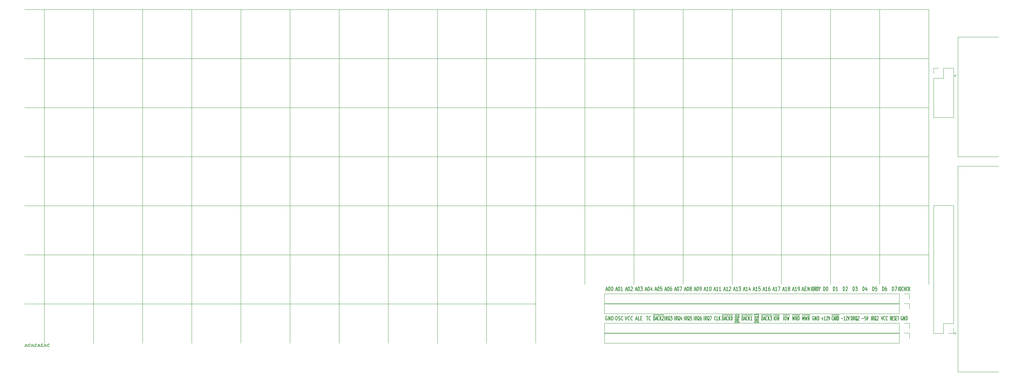
<source format=gbr>
%TF.GenerationSoftware,KiCad,Pcbnew,(5.1.6)-1*%
%TF.CreationDate,2020-12-12T21:33:40-06:00*%
%TF.ProjectId,ISA-Proto_20201212,4953412d-5072-46f7-946f-5f3230323031,rev?*%
%TF.SameCoordinates,Original*%
%TF.FileFunction,Legend,Top*%
%TF.FilePolarity,Positive*%
%FSLAX46Y46*%
G04 Gerber Fmt 4.6, Leading zero omitted, Abs format (unit mm)*
G04 Created by KiCad (PCBNEW (5.1.6)-1) date 2020-12-12 21:33:40*
%MOMM*%
%LPD*%
G01*
G04 APERTURE LIST*
%ADD10C,0.120000*%
%ADD11C,0.150000*%
%ADD12C,0.127000*%
%ADD13C,0.146050*%
G04 APERTURE END LIST*
D10*
X27940000Y-138430000D02*
X27940000Y-52070000D01*
X40640000Y-52070000D02*
X40640000Y-138430000D01*
X53340000Y-138430000D02*
X53340000Y-52070000D01*
X66040000Y-52070000D02*
X66040000Y-138430000D01*
X78740000Y-138430000D02*
X78740000Y-52070000D01*
X91440000Y-52070000D02*
X91440000Y-138430000D01*
X104140000Y-138430000D02*
X104140000Y-52070000D01*
X116840000Y-52070000D02*
X116840000Y-138430000D01*
X129540000Y-138430000D02*
X129540000Y-52070000D01*
X154940000Y-123190000D02*
X154940000Y-138430000D01*
X142240000Y-52070000D02*
X142240000Y-138430000D01*
X154940000Y-123190000D02*
X154940000Y-52070000D01*
X167640000Y-52070000D02*
X167640000Y-123190000D01*
X180340000Y-123190000D02*
X180340000Y-52070000D01*
X193040000Y-52070000D02*
X193040000Y-123190000D01*
X205740000Y-123190000D02*
X205740000Y-52070000D01*
X218440000Y-52070000D02*
X218440000Y-123190000D01*
X231140000Y-123190000D02*
X231140000Y-52070000D01*
X243840000Y-52070000D02*
X243840000Y-123190000D01*
X22860000Y-128270000D02*
X154940000Y-128270000D01*
X256540000Y-115570000D02*
X22860000Y-115570000D01*
X256540000Y-102870000D02*
X22860000Y-102870000D01*
X256540000Y-90170000D02*
X22860000Y-90170000D01*
X256540000Y-77470000D02*
X22860000Y-77470000D01*
X256540000Y-64770000D02*
X22860000Y-64770000D01*
X256540000Y-52070000D02*
X22860000Y-52070000D01*
X256540000Y-52070000D02*
X256540000Y-123190000D01*
D11*
X23101904Y-138717261D02*
X23101904Y-139170833D01*
X23071666Y-139261547D01*
X23011190Y-139322023D01*
X22920476Y-139352261D01*
X22860000Y-139352261D01*
X23706666Y-139352261D02*
X23404285Y-139352261D01*
X23404285Y-138717261D01*
X24281190Y-139291785D02*
X24250952Y-139322023D01*
X24160238Y-139352261D01*
X24099761Y-139352261D01*
X24009047Y-139322023D01*
X23948571Y-139261547D01*
X23918333Y-139201071D01*
X23888095Y-139080119D01*
X23888095Y-138989404D01*
X23918333Y-138868452D01*
X23948571Y-138807976D01*
X24009047Y-138747500D01*
X24099761Y-138717261D01*
X24160238Y-138717261D01*
X24250952Y-138747500D01*
X24281190Y-138777738D01*
X24734761Y-138717261D02*
X24734761Y-139170833D01*
X24704523Y-139261547D01*
X24644047Y-139322023D01*
X24553333Y-139352261D01*
X24492857Y-139352261D01*
X25339523Y-139352261D02*
X25037142Y-139352261D01*
X25037142Y-138717261D01*
X25914047Y-139291785D02*
X25883809Y-139322023D01*
X25793095Y-139352261D01*
X25732619Y-139352261D01*
X25641904Y-139322023D01*
X25581428Y-139261547D01*
X25551190Y-139201071D01*
X25520952Y-139080119D01*
X25520952Y-138989404D01*
X25551190Y-138868452D01*
X25581428Y-138807976D01*
X25641904Y-138747500D01*
X25732619Y-138717261D01*
X25793095Y-138717261D01*
X25883809Y-138747500D01*
X25914047Y-138777738D01*
X26367619Y-138717261D02*
X26367619Y-139170833D01*
X26337380Y-139261547D01*
X26276904Y-139322023D01*
X26186190Y-139352261D01*
X26125714Y-139352261D01*
X26972380Y-139352261D02*
X26670000Y-139352261D01*
X26670000Y-138717261D01*
X27546904Y-139291785D02*
X27516666Y-139322023D01*
X27425952Y-139352261D01*
X27365476Y-139352261D01*
X27274761Y-139322023D01*
X27214285Y-139261547D01*
X27184047Y-139201071D01*
X27153809Y-139080119D01*
X27153809Y-138989404D01*
X27184047Y-138868452D01*
X27214285Y-138807976D01*
X27274761Y-138747500D01*
X27365476Y-138717261D01*
X27425952Y-138717261D01*
X27516666Y-138747500D01*
X27546904Y-138777738D01*
X28000476Y-138717261D02*
X28000476Y-139170833D01*
X27970238Y-139261547D01*
X27909761Y-139322023D01*
X27819047Y-139352261D01*
X27758571Y-139352261D01*
X28605238Y-139352261D02*
X28302857Y-139352261D01*
X28302857Y-138717261D01*
X29179761Y-139291785D02*
X29149523Y-139322023D01*
X29058809Y-139352261D01*
X28998333Y-139352261D01*
X28907619Y-139322023D01*
X28847142Y-139261547D01*
X28816904Y-139201071D01*
X28786666Y-139080119D01*
X28786666Y-138989404D01*
X28816904Y-138868452D01*
X28847142Y-138807976D01*
X28907619Y-138747500D01*
X28998333Y-138717261D01*
X29058809Y-138717261D01*
X29149523Y-138747500D01*
X29179761Y-138777738D01*
D12*
X231430285Y-131194900D02*
X231938285Y-131194900D01*
X231841523Y-132437142D02*
X231817333Y-132484761D01*
X231744761Y-132532380D01*
X231696380Y-132532380D01*
X231623809Y-132484761D01*
X231575428Y-132389523D01*
X231551238Y-132294285D01*
X231527047Y-132103809D01*
X231527047Y-131960952D01*
X231551238Y-131770476D01*
X231575428Y-131675238D01*
X231623809Y-131580000D01*
X231696380Y-131532380D01*
X231744761Y-131532380D01*
X231817333Y-131580000D01*
X231841523Y-131627619D01*
X231938285Y-131194900D02*
X232373714Y-131194900D01*
X232035047Y-132246666D02*
X232276952Y-132246666D01*
X231986666Y-132532380D02*
X232156000Y-131532380D01*
X232325333Y-132532380D01*
X232373714Y-131194900D02*
X232881714Y-131194900D01*
X232784952Y-132532380D02*
X232615619Y-132056190D01*
X232494666Y-132532380D02*
X232494666Y-131532380D01*
X232688190Y-131532380D01*
X232736571Y-131580000D01*
X232760761Y-131627619D01*
X232784952Y-131722857D01*
X232784952Y-131865714D01*
X232760761Y-131960952D01*
X232736571Y-132008571D01*
X232688190Y-132056190D01*
X232494666Y-132056190D01*
X232881714Y-131194900D02*
X233389714Y-131194900D01*
X233002666Y-132532380D02*
X233002666Y-131532380D01*
X233123619Y-131532380D01*
X233196190Y-131580000D01*
X233244571Y-131675238D01*
X233268761Y-131770476D01*
X233292952Y-131960952D01*
X233292952Y-132103809D01*
X233268761Y-132294285D01*
X233244571Y-132389523D01*
X233196190Y-132484761D01*
X233123619Y-132532380D01*
X233002666Y-132532380D01*
D11*
X249706190Y-131580000D02*
X249645714Y-131532380D01*
X249555000Y-131532380D01*
X249464285Y-131580000D01*
X249403809Y-131675238D01*
X249373571Y-131770476D01*
X249343333Y-131960952D01*
X249343333Y-132103809D01*
X249373571Y-132294285D01*
X249403809Y-132389523D01*
X249464285Y-132484761D01*
X249555000Y-132532380D01*
X249615476Y-132532380D01*
X249706190Y-132484761D01*
X249736428Y-132437142D01*
X249736428Y-132103809D01*
X249615476Y-132103809D01*
X250008571Y-132532380D02*
X250008571Y-131532380D01*
X250371428Y-132532380D01*
X250371428Y-131532380D01*
X250673809Y-132532380D02*
X250673809Y-131532380D01*
X250825000Y-131532380D01*
X250915714Y-131580000D01*
X250976190Y-131675238D01*
X251006428Y-131770476D01*
X251036666Y-131960952D01*
X251036666Y-132103809D01*
X251006428Y-132294285D01*
X250976190Y-132389523D01*
X250915714Y-132484761D01*
X250825000Y-132532380D01*
X250673809Y-132532380D01*
D12*
X246912190Y-132532380D02*
X246742857Y-132056190D01*
X246621904Y-132532380D02*
X246621904Y-131532380D01*
X246815428Y-131532380D01*
X246863809Y-131580000D01*
X246888000Y-131627619D01*
X246912190Y-131722857D01*
X246912190Y-131865714D01*
X246888000Y-131960952D01*
X246863809Y-132008571D01*
X246815428Y-132056190D01*
X246621904Y-132056190D01*
X247129904Y-132008571D02*
X247299238Y-132008571D01*
X247371809Y-132532380D02*
X247129904Y-132532380D01*
X247129904Y-131532380D01*
X247371809Y-131532380D01*
X247565333Y-132484761D02*
X247637904Y-132532380D01*
X247758857Y-132532380D01*
X247807238Y-132484761D01*
X247831428Y-132437142D01*
X247855619Y-132341904D01*
X247855619Y-132246666D01*
X247831428Y-132151428D01*
X247807238Y-132103809D01*
X247758857Y-132056190D01*
X247662095Y-132008571D01*
X247613714Y-131960952D01*
X247589523Y-131913333D01*
X247565333Y-131818095D01*
X247565333Y-131722857D01*
X247589523Y-131627619D01*
X247613714Y-131580000D01*
X247662095Y-131532380D01*
X247783047Y-131532380D01*
X247855619Y-131580000D01*
X248073333Y-132008571D02*
X248242666Y-132008571D01*
X248315238Y-132532380D02*
X248073333Y-132532380D01*
X248073333Y-131532380D01*
X248315238Y-131532380D01*
X248460380Y-131532380D02*
X248750666Y-131532380D01*
X248605523Y-132532380D02*
X248605523Y-131532380D01*
D11*
X244263333Y-131532380D02*
X244475000Y-132532380D01*
X244686666Y-131532380D01*
X245261190Y-132437142D02*
X245230952Y-132484761D01*
X245140238Y-132532380D01*
X245079761Y-132532380D01*
X244989047Y-132484761D01*
X244928571Y-132389523D01*
X244898333Y-132294285D01*
X244868095Y-132103809D01*
X244868095Y-131960952D01*
X244898333Y-131770476D01*
X244928571Y-131675238D01*
X244989047Y-131580000D01*
X245079761Y-131532380D01*
X245140238Y-131532380D01*
X245230952Y-131580000D01*
X245261190Y-131627619D01*
X245896190Y-132437142D02*
X245865952Y-132484761D01*
X245775238Y-132532380D01*
X245714761Y-132532380D01*
X245624047Y-132484761D01*
X245563571Y-132389523D01*
X245533333Y-132294285D01*
X245503095Y-132103809D01*
X245503095Y-131960952D01*
X245533333Y-131770476D01*
X245563571Y-131675238D01*
X245624047Y-131580000D01*
X245714761Y-131532380D01*
X245775238Y-131532380D01*
X245865952Y-131580000D01*
X245896190Y-131627619D01*
D13*
X241693700Y-132532380D02*
X241693700Y-131532380D01*
X242305719Y-132532380D02*
X242110985Y-132056190D01*
X241971890Y-132532380D02*
X241971890Y-131532380D01*
X242194442Y-131532380D01*
X242250080Y-131580000D01*
X242277900Y-131627619D01*
X242305719Y-131722857D01*
X242305719Y-131865714D01*
X242277900Y-131960952D01*
X242250080Y-132008571D01*
X242194442Y-132056190D01*
X241971890Y-132056190D01*
X242945557Y-132627619D02*
X242889919Y-132580000D01*
X242834280Y-132484761D01*
X242750823Y-132341904D01*
X242695185Y-132294285D01*
X242639547Y-132294285D01*
X242667366Y-132532380D02*
X242611728Y-132484761D01*
X242556090Y-132389523D01*
X242528271Y-132199047D01*
X242528271Y-131865714D01*
X242556090Y-131675238D01*
X242611728Y-131580000D01*
X242667366Y-131532380D01*
X242778642Y-131532380D01*
X242834280Y-131580000D01*
X242889919Y-131675238D01*
X242917738Y-131865714D01*
X242917738Y-132199047D01*
X242889919Y-132389523D01*
X242834280Y-132484761D01*
X242778642Y-132532380D01*
X242667366Y-132532380D01*
X243140290Y-131627619D02*
X243168109Y-131580000D01*
X243223747Y-131532380D01*
X243362842Y-131532380D01*
X243418480Y-131580000D01*
X243446300Y-131627619D01*
X243474119Y-131722857D01*
X243474119Y-131818095D01*
X243446300Y-131960952D01*
X243112471Y-132532380D01*
X243474119Y-132532380D01*
X239278885Y-132151428D02*
X239723990Y-132151428D01*
X240280371Y-131532380D02*
X240002180Y-131532380D01*
X239974361Y-132008571D01*
X240002180Y-131960952D01*
X240057819Y-131913333D01*
X240196914Y-131913333D01*
X240252552Y-131960952D01*
X240280371Y-132008571D01*
X240308190Y-132103809D01*
X240308190Y-132341904D01*
X240280371Y-132437142D01*
X240252552Y-132484761D01*
X240196914Y-132532380D01*
X240057819Y-132532380D01*
X240002180Y-132484761D01*
X239974361Y-132437142D01*
X240475104Y-131532380D02*
X240669838Y-132532380D01*
X240864571Y-131532380D01*
X236460695Y-132532380D02*
X236460695Y-131532380D01*
X236599790Y-131532380D01*
X236683247Y-131580000D01*
X236738885Y-131675238D01*
X236766704Y-131770476D01*
X236794523Y-131960952D01*
X236794523Y-132103809D01*
X236766704Y-132294285D01*
X236738885Y-132389523D01*
X236683247Y-132484761D01*
X236599790Y-132532380D01*
X236460695Y-132532380D01*
X237378723Y-132532380D02*
X237183990Y-132056190D01*
X237044895Y-132532380D02*
X237044895Y-131532380D01*
X237267447Y-131532380D01*
X237323085Y-131580000D01*
X237350904Y-131627619D01*
X237378723Y-131722857D01*
X237378723Y-131865714D01*
X237350904Y-131960952D01*
X237323085Y-132008571D01*
X237267447Y-132056190D01*
X237044895Y-132056190D01*
X238018561Y-132627619D02*
X237962923Y-132580000D01*
X237907285Y-132484761D01*
X237823828Y-132341904D01*
X237768190Y-132294285D01*
X237712552Y-132294285D01*
X237740371Y-132532380D02*
X237684733Y-132484761D01*
X237629095Y-132389523D01*
X237601276Y-132199047D01*
X237601276Y-131865714D01*
X237629095Y-131675238D01*
X237684733Y-131580000D01*
X237740371Y-131532380D01*
X237851647Y-131532380D01*
X237907285Y-131580000D01*
X237962923Y-131675238D01*
X237990742Y-131865714D01*
X237990742Y-132199047D01*
X237962923Y-132389523D01*
X237907285Y-132484761D01*
X237851647Y-132532380D01*
X237740371Y-132532380D01*
X238213295Y-131627619D02*
X238241114Y-131580000D01*
X238296752Y-131532380D01*
X238435847Y-131532380D01*
X238491485Y-131580000D01*
X238519304Y-131627619D01*
X238547123Y-131722857D01*
X238547123Y-131818095D01*
X238519304Y-131960952D01*
X238185476Y-132532380D01*
X238547123Y-132532380D01*
X233920695Y-132151428D02*
X234365800Y-132151428D01*
X234950000Y-132532380D02*
X234616171Y-132532380D01*
X234783085Y-132532380D02*
X234783085Y-131532380D01*
X234727447Y-131675238D01*
X234671809Y-131770476D01*
X234616171Y-131818095D01*
X235172552Y-131627619D02*
X235200371Y-131580000D01*
X235256009Y-131532380D01*
X235395104Y-131532380D01*
X235450742Y-131580000D01*
X235478561Y-131627619D01*
X235506380Y-131722857D01*
X235506380Y-131818095D01*
X235478561Y-131960952D01*
X235144733Y-132532380D01*
X235506380Y-132532380D01*
X235673295Y-131532380D02*
X235868028Y-132532380D01*
X236062761Y-131532380D01*
X228840695Y-132151428D02*
X229285800Y-132151428D01*
X229063247Y-132532380D02*
X229063247Y-131770476D01*
X229870000Y-132532380D02*
X229536171Y-132532380D01*
X229703085Y-132532380D02*
X229703085Y-131532380D01*
X229647447Y-131675238D01*
X229591809Y-131770476D01*
X229536171Y-131818095D01*
X230092552Y-131627619D02*
X230120371Y-131580000D01*
X230176009Y-131532380D01*
X230315104Y-131532380D01*
X230370742Y-131580000D01*
X230398561Y-131627619D01*
X230426380Y-131722857D01*
X230426380Y-131818095D01*
X230398561Y-131960952D01*
X230064733Y-132532380D01*
X230426380Y-132532380D01*
X230593295Y-131532380D02*
X230788028Y-132532380D01*
X230982761Y-131532380D01*
D11*
X226846190Y-131580000D02*
X226785714Y-131532380D01*
X226695000Y-131532380D01*
X226604285Y-131580000D01*
X226543809Y-131675238D01*
X226513571Y-131770476D01*
X226483333Y-131960952D01*
X226483333Y-132103809D01*
X226513571Y-132294285D01*
X226543809Y-132389523D01*
X226604285Y-132484761D01*
X226695000Y-132532380D01*
X226755476Y-132532380D01*
X226846190Y-132484761D01*
X226876428Y-132437142D01*
X226876428Y-132103809D01*
X226755476Y-132103809D01*
X227148571Y-132532380D02*
X227148571Y-131532380D01*
X227511428Y-132532380D01*
X227511428Y-131532380D01*
X227813809Y-132532380D02*
X227813809Y-131532380D01*
X227965000Y-131532380D01*
X228055714Y-131580000D01*
X228116190Y-131675238D01*
X228146428Y-131770476D01*
X228176666Y-131960952D01*
X228176666Y-132103809D01*
X228146428Y-132294285D01*
X228116190Y-132389523D01*
X228055714Y-132484761D01*
X227965000Y-132532380D01*
X227813809Y-132532380D01*
X223746785Y-131165000D02*
X224472500Y-131165000D01*
X223897976Y-132532380D02*
X223897976Y-131532380D01*
X224109642Y-132246666D01*
X224321309Y-131532380D01*
X224321309Y-132532380D01*
X224472500Y-131165000D02*
X225198214Y-131165000D01*
X224563214Y-131532380D02*
X224714404Y-132532380D01*
X224835357Y-131818095D01*
X224956309Y-132532380D01*
X225107500Y-131532380D01*
X225198214Y-131165000D02*
X225833214Y-131165000D01*
X225712261Y-132532380D02*
X225500595Y-132056190D01*
X225349404Y-132532380D02*
X225349404Y-131532380D01*
X225591309Y-131532380D01*
X225651785Y-131580000D01*
X225682023Y-131627619D01*
X225712261Y-131722857D01*
X225712261Y-131865714D01*
X225682023Y-131960952D01*
X225651785Y-132008571D01*
X225591309Y-132056190D01*
X225349404Y-132056190D01*
X221252142Y-131165000D02*
X221977857Y-131165000D01*
X221403333Y-132532380D02*
X221403333Y-131532380D01*
X221615000Y-132246666D01*
X221826666Y-131532380D01*
X221826666Y-132532380D01*
X221977857Y-131165000D02*
X222612857Y-131165000D01*
X222491904Y-132532380D02*
X222280238Y-132056190D01*
X222129047Y-132532380D02*
X222129047Y-131532380D01*
X222370952Y-131532380D01*
X222431428Y-131580000D01*
X222461666Y-131627619D01*
X222491904Y-131722857D01*
X222491904Y-131865714D01*
X222461666Y-131960952D01*
X222431428Y-132008571D01*
X222370952Y-132056190D01*
X222129047Y-132056190D01*
X222612857Y-131165000D02*
X223247857Y-131165000D01*
X222764047Y-132532380D02*
X222764047Y-131532380D01*
X222915238Y-131532380D01*
X223005952Y-131580000D01*
X223066428Y-131675238D01*
X223096666Y-131770476D01*
X223126904Y-131960952D01*
X223126904Y-132103809D01*
X223096666Y-132294285D01*
X223066428Y-132389523D01*
X223005952Y-132484761D01*
X222915238Y-132532380D01*
X222764047Y-132532380D01*
X218863333Y-131165000D02*
X219165714Y-131165000D01*
X219014523Y-132532380D02*
X219014523Y-131532380D01*
X219165714Y-131165000D02*
X219830952Y-131165000D01*
X219437857Y-131532380D02*
X219558809Y-131532380D01*
X219619285Y-131580000D01*
X219679761Y-131675238D01*
X219710000Y-131865714D01*
X219710000Y-132199047D01*
X219679761Y-132389523D01*
X219619285Y-132484761D01*
X219558809Y-132532380D01*
X219437857Y-132532380D01*
X219377380Y-132484761D01*
X219316904Y-132389523D01*
X219286666Y-132199047D01*
X219286666Y-131865714D01*
X219316904Y-131675238D01*
X219377380Y-131580000D01*
X219437857Y-131532380D01*
X219830952Y-131165000D02*
X220556666Y-131165000D01*
X219921666Y-131532380D02*
X220072857Y-132532380D01*
X220193809Y-131818095D01*
X220314761Y-132532380D01*
X220465952Y-131532380D01*
X216368690Y-131165000D02*
X216671071Y-131165000D01*
X216519880Y-132532380D02*
X216519880Y-131532380D01*
X216671071Y-131165000D02*
X217336309Y-131165000D01*
X216943214Y-131532380D02*
X217064166Y-131532380D01*
X217124642Y-131580000D01*
X217185119Y-131675238D01*
X217215357Y-131865714D01*
X217215357Y-132199047D01*
X217185119Y-132389523D01*
X217124642Y-132484761D01*
X217064166Y-132532380D01*
X216943214Y-132532380D01*
X216882738Y-132484761D01*
X216822261Y-132389523D01*
X216792023Y-132199047D01*
X216792023Y-131865714D01*
X216822261Y-131675238D01*
X216882738Y-131580000D01*
X216943214Y-131532380D01*
X217336309Y-131165000D02*
X217971309Y-131165000D01*
X217850357Y-132532380D02*
X217638690Y-132056190D01*
X217487500Y-132532380D02*
X217487500Y-131532380D01*
X217729404Y-131532380D01*
X217789880Y-131580000D01*
X217820119Y-131627619D01*
X217850357Y-131722857D01*
X217850357Y-131865714D01*
X217820119Y-131960952D01*
X217789880Y-132008571D01*
X217729404Y-132056190D01*
X217487500Y-132056190D01*
D13*
X213225138Y-131170135D02*
X213809338Y-131170135D01*
X213364233Y-132532380D02*
X213364233Y-131532380D01*
X213503328Y-131532380D01*
X213586785Y-131580000D01*
X213642423Y-131675238D01*
X213670242Y-131770476D01*
X213698061Y-131960952D01*
X213698061Y-132103809D01*
X213670242Y-132294285D01*
X213642423Y-132389523D01*
X213586785Y-132484761D01*
X213503328Y-132532380D01*
X213364233Y-132532380D01*
X213809338Y-131170135D02*
X214310080Y-131170135D01*
X213920614Y-132246666D02*
X214198804Y-132246666D01*
X213864976Y-132532380D02*
X214059709Y-131532380D01*
X214254442Y-132532380D01*
X214310080Y-131170135D02*
X214894280Y-131170135D01*
X214783004Y-132437142D02*
X214755185Y-132484761D01*
X214671728Y-132532380D01*
X214616090Y-132532380D01*
X214532633Y-132484761D01*
X214476995Y-132389523D01*
X214449176Y-132294285D01*
X214421357Y-132103809D01*
X214421357Y-131960952D01*
X214449176Y-131770476D01*
X214476995Y-131675238D01*
X214532633Y-131580000D01*
X214616090Y-131532380D01*
X214671728Y-131532380D01*
X214755185Y-131580000D01*
X214783004Y-131627619D01*
X214894280Y-131170135D02*
X215478480Y-131170135D01*
X215033376Y-132532380D02*
X215033376Y-131532380D01*
X215367204Y-132532380D02*
X215116833Y-131960952D01*
X215367204Y-131532380D02*
X215033376Y-132103809D01*
X215478480Y-131170135D02*
X216034861Y-131170135D01*
X215561938Y-131532380D02*
X215923585Y-131532380D01*
X215728852Y-131913333D01*
X215812309Y-131913333D01*
X215867947Y-131960952D01*
X215895766Y-132008571D01*
X215923585Y-132103809D01*
X215923585Y-132341904D01*
X215895766Y-132437142D01*
X215867947Y-132484761D01*
X215812309Y-132532380D01*
X215645395Y-132532380D01*
X215589757Y-132484761D01*
X215561938Y-132437142D01*
X212542380Y-133109304D02*
X211542380Y-133109304D01*
X211542380Y-132970209D01*
X211590000Y-132886752D01*
X211685238Y-132831114D01*
X211780476Y-132803295D01*
X211970952Y-132775476D01*
X212113809Y-132775476D01*
X212304285Y-132803295D01*
X212399523Y-132831114D01*
X212494761Y-132886752D01*
X212542380Y-132970209D01*
X212542380Y-133109304D01*
X212542380Y-132191276D02*
X212066190Y-132386009D01*
X212542380Y-132525104D02*
X211542380Y-132525104D01*
X211542380Y-132302552D01*
X211590000Y-132246914D01*
X211637619Y-132219095D01*
X211732857Y-132191276D01*
X211875714Y-132191276D01*
X211970952Y-132219095D01*
X212018571Y-132246914D01*
X212066190Y-132302552D01*
X212066190Y-132525104D01*
X212637619Y-131551438D02*
X212590000Y-131607076D01*
X212494761Y-131662714D01*
X212351904Y-131746171D01*
X212304285Y-131801809D01*
X212304285Y-131857447D01*
X212542380Y-131829628D02*
X212494761Y-131885266D01*
X212399523Y-131940904D01*
X212209047Y-131968723D01*
X211875714Y-131968723D01*
X211685238Y-131940904D01*
X211590000Y-131885266D01*
X211542380Y-131829628D01*
X211542380Y-131718352D01*
X211590000Y-131662714D01*
X211685238Y-131607076D01*
X211875714Y-131579257D01*
X212209047Y-131579257D01*
X212399523Y-131607076D01*
X212494761Y-131662714D01*
X212542380Y-131718352D01*
X212542380Y-131829628D01*
X211542380Y-131384523D02*
X211542380Y-131022876D01*
X211923333Y-131217609D01*
X211923333Y-131134152D01*
X211970952Y-131078514D01*
X212018571Y-131050695D01*
X212113809Y-131022876D01*
X212351904Y-131022876D01*
X212447142Y-131050695D01*
X212494761Y-131078514D01*
X212542380Y-131134152D01*
X212542380Y-131301066D01*
X212494761Y-131356704D01*
X212447142Y-131384523D01*
X208145138Y-131170135D02*
X208729338Y-131170135D01*
X208284233Y-132532380D02*
X208284233Y-131532380D01*
X208423328Y-131532380D01*
X208506785Y-131580000D01*
X208562423Y-131675238D01*
X208590242Y-131770476D01*
X208618061Y-131960952D01*
X208618061Y-132103809D01*
X208590242Y-132294285D01*
X208562423Y-132389523D01*
X208506785Y-132484761D01*
X208423328Y-132532380D01*
X208284233Y-132532380D01*
X208729338Y-131170135D02*
X209230080Y-131170135D01*
X208840614Y-132246666D02*
X209118804Y-132246666D01*
X208784976Y-132532380D02*
X208979709Y-131532380D01*
X209174442Y-132532380D01*
X209230080Y-131170135D02*
X209814280Y-131170135D01*
X209703004Y-132437142D02*
X209675185Y-132484761D01*
X209591728Y-132532380D01*
X209536090Y-132532380D01*
X209452633Y-132484761D01*
X209396995Y-132389523D01*
X209369176Y-132294285D01*
X209341357Y-132103809D01*
X209341357Y-131960952D01*
X209369176Y-131770476D01*
X209396995Y-131675238D01*
X209452633Y-131580000D01*
X209536090Y-131532380D01*
X209591728Y-131532380D01*
X209675185Y-131580000D01*
X209703004Y-131627619D01*
X209814280Y-131170135D02*
X210398480Y-131170135D01*
X209953376Y-132532380D02*
X209953376Y-131532380D01*
X210287204Y-132532380D02*
X210036833Y-131960952D01*
X210287204Y-131532380D02*
X209953376Y-132103809D01*
X210398480Y-131170135D02*
X210954861Y-131170135D01*
X210843585Y-132532380D02*
X210509757Y-132532380D01*
X210676671Y-132532380D02*
X210676671Y-131532380D01*
X210621033Y-131675238D01*
X210565395Y-131770476D01*
X210509757Y-131818095D01*
X207462380Y-133109304D02*
X206462380Y-133109304D01*
X206462380Y-132970209D01*
X206510000Y-132886752D01*
X206605238Y-132831114D01*
X206700476Y-132803295D01*
X206890952Y-132775476D01*
X207033809Y-132775476D01*
X207224285Y-132803295D01*
X207319523Y-132831114D01*
X207414761Y-132886752D01*
X207462380Y-132970209D01*
X207462380Y-133109304D01*
X207462380Y-132191276D02*
X206986190Y-132386009D01*
X207462380Y-132525104D02*
X206462380Y-132525104D01*
X206462380Y-132302552D01*
X206510000Y-132246914D01*
X206557619Y-132219095D01*
X206652857Y-132191276D01*
X206795714Y-132191276D01*
X206890952Y-132219095D01*
X206938571Y-132246914D01*
X206986190Y-132302552D01*
X206986190Y-132525104D01*
X207557619Y-131551438D02*
X207510000Y-131607076D01*
X207414761Y-131662714D01*
X207271904Y-131746171D01*
X207224285Y-131801809D01*
X207224285Y-131857447D01*
X207462380Y-131829628D02*
X207414761Y-131885266D01*
X207319523Y-131940904D01*
X207129047Y-131968723D01*
X206795714Y-131968723D01*
X206605238Y-131940904D01*
X206510000Y-131885266D01*
X206462380Y-131829628D01*
X206462380Y-131718352D01*
X206510000Y-131662714D01*
X206605238Y-131607076D01*
X206795714Y-131579257D01*
X207129047Y-131579257D01*
X207319523Y-131607076D01*
X207414761Y-131662714D01*
X207462380Y-131718352D01*
X207462380Y-131829628D01*
X207462380Y-131022876D02*
X207462380Y-131356704D01*
X207462380Y-131189790D02*
X206462380Y-131189790D01*
X206605238Y-131245428D01*
X206700476Y-131301066D01*
X206748095Y-131356704D01*
X203065138Y-131170135D02*
X203649338Y-131170135D01*
X203204233Y-132532380D02*
X203204233Y-131532380D01*
X203343328Y-131532380D01*
X203426785Y-131580000D01*
X203482423Y-131675238D01*
X203510242Y-131770476D01*
X203538061Y-131960952D01*
X203538061Y-132103809D01*
X203510242Y-132294285D01*
X203482423Y-132389523D01*
X203426785Y-132484761D01*
X203343328Y-132532380D01*
X203204233Y-132532380D01*
X203649338Y-131170135D02*
X204150080Y-131170135D01*
X203760614Y-132246666D02*
X204038804Y-132246666D01*
X203704976Y-132532380D02*
X203899709Y-131532380D01*
X204094442Y-132532380D01*
X204150080Y-131170135D02*
X204734280Y-131170135D01*
X204623004Y-132437142D02*
X204595185Y-132484761D01*
X204511728Y-132532380D01*
X204456090Y-132532380D01*
X204372633Y-132484761D01*
X204316995Y-132389523D01*
X204289176Y-132294285D01*
X204261357Y-132103809D01*
X204261357Y-131960952D01*
X204289176Y-131770476D01*
X204316995Y-131675238D01*
X204372633Y-131580000D01*
X204456090Y-131532380D01*
X204511728Y-131532380D01*
X204595185Y-131580000D01*
X204623004Y-131627619D01*
X204734280Y-131170135D02*
X205318480Y-131170135D01*
X204873376Y-132532380D02*
X204873376Y-131532380D01*
X205207204Y-132532380D02*
X204956833Y-131960952D01*
X205207204Y-131532380D02*
X204873376Y-132103809D01*
X205318480Y-131170135D02*
X205874861Y-131170135D01*
X205568852Y-131532380D02*
X205624490Y-131532380D01*
X205680128Y-131580000D01*
X205707947Y-131627619D01*
X205735766Y-131722857D01*
X205763585Y-131913333D01*
X205763585Y-132151428D01*
X205735766Y-132341904D01*
X205707947Y-132437142D01*
X205680128Y-132484761D01*
X205624490Y-132532380D01*
X205568852Y-132532380D01*
X205513214Y-132484761D01*
X205485395Y-132437142D01*
X205457576Y-132341904D01*
X205429757Y-132151428D01*
X205429757Y-131913333D01*
X205457576Y-131722857D01*
X205485395Y-131627619D01*
X205513214Y-131580000D01*
X205568852Y-131532380D01*
D11*
X201552023Y-132437142D02*
X201521785Y-132484761D01*
X201431071Y-132532380D01*
X201370595Y-132532380D01*
X201279880Y-132484761D01*
X201219404Y-132389523D01*
X201189166Y-132294285D01*
X201158928Y-132103809D01*
X201158928Y-131960952D01*
X201189166Y-131770476D01*
X201219404Y-131675238D01*
X201279880Y-131580000D01*
X201370595Y-131532380D01*
X201431071Y-131532380D01*
X201521785Y-131580000D01*
X201552023Y-131627619D01*
X202126547Y-132532380D02*
X201824166Y-132532380D01*
X201824166Y-131532380D01*
X202338214Y-132532380D02*
X202338214Y-131532380D01*
X202701071Y-132532380D02*
X202428928Y-131960952D01*
X202701071Y-131532380D02*
X202338214Y-132103809D01*
X198437500Y-132532380D02*
X198437500Y-131532380D01*
X199102738Y-132532380D02*
X198891071Y-132056190D01*
X198739880Y-132532380D02*
X198739880Y-131532380D01*
X198981785Y-131532380D01*
X199042261Y-131580000D01*
X199072500Y-131627619D01*
X199102738Y-131722857D01*
X199102738Y-131865714D01*
X199072500Y-131960952D01*
X199042261Y-132008571D01*
X198981785Y-132056190D01*
X198739880Y-132056190D01*
X199798214Y-132627619D02*
X199737738Y-132580000D01*
X199677261Y-132484761D01*
X199586547Y-132341904D01*
X199526071Y-132294285D01*
X199465595Y-132294285D01*
X199495833Y-132532380D02*
X199435357Y-132484761D01*
X199374880Y-132389523D01*
X199344642Y-132199047D01*
X199344642Y-131865714D01*
X199374880Y-131675238D01*
X199435357Y-131580000D01*
X199495833Y-131532380D01*
X199616785Y-131532380D01*
X199677261Y-131580000D01*
X199737738Y-131675238D01*
X199767976Y-131865714D01*
X199767976Y-132199047D01*
X199737738Y-132389523D01*
X199677261Y-132484761D01*
X199616785Y-132532380D01*
X199495833Y-132532380D01*
X199979642Y-131532380D02*
X200402976Y-131532380D01*
X200130833Y-132532380D01*
X195897500Y-132532380D02*
X195897500Y-131532380D01*
X196562738Y-132532380D02*
X196351071Y-132056190D01*
X196199880Y-132532380D02*
X196199880Y-131532380D01*
X196441785Y-131532380D01*
X196502261Y-131580000D01*
X196532500Y-131627619D01*
X196562738Y-131722857D01*
X196562738Y-131865714D01*
X196532500Y-131960952D01*
X196502261Y-132008571D01*
X196441785Y-132056190D01*
X196199880Y-132056190D01*
X197258214Y-132627619D02*
X197197738Y-132580000D01*
X197137261Y-132484761D01*
X197046547Y-132341904D01*
X196986071Y-132294285D01*
X196925595Y-132294285D01*
X196955833Y-132532380D02*
X196895357Y-132484761D01*
X196834880Y-132389523D01*
X196804642Y-132199047D01*
X196804642Y-131865714D01*
X196834880Y-131675238D01*
X196895357Y-131580000D01*
X196955833Y-131532380D01*
X197076785Y-131532380D01*
X197137261Y-131580000D01*
X197197738Y-131675238D01*
X197227976Y-131865714D01*
X197227976Y-132199047D01*
X197197738Y-132389523D01*
X197137261Y-132484761D01*
X197076785Y-132532380D01*
X196955833Y-132532380D01*
X197772261Y-131532380D02*
X197651309Y-131532380D01*
X197590833Y-131580000D01*
X197560595Y-131627619D01*
X197500119Y-131770476D01*
X197469880Y-131960952D01*
X197469880Y-132341904D01*
X197500119Y-132437142D01*
X197530357Y-132484761D01*
X197590833Y-132532380D01*
X197711785Y-132532380D01*
X197772261Y-132484761D01*
X197802500Y-132437142D01*
X197832738Y-132341904D01*
X197832738Y-132103809D01*
X197802500Y-132008571D01*
X197772261Y-131960952D01*
X197711785Y-131913333D01*
X197590833Y-131913333D01*
X197530357Y-131960952D01*
X197500119Y-132008571D01*
X197469880Y-132103809D01*
X193357500Y-132532380D02*
X193357500Y-131532380D01*
X194022738Y-132532380D02*
X193811071Y-132056190D01*
X193659880Y-132532380D02*
X193659880Y-131532380D01*
X193901785Y-131532380D01*
X193962261Y-131580000D01*
X193992500Y-131627619D01*
X194022738Y-131722857D01*
X194022738Y-131865714D01*
X193992500Y-131960952D01*
X193962261Y-132008571D01*
X193901785Y-132056190D01*
X193659880Y-132056190D01*
X194718214Y-132627619D02*
X194657738Y-132580000D01*
X194597261Y-132484761D01*
X194506547Y-132341904D01*
X194446071Y-132294285D01*
X194385595Y-132294285D01*
X194415833Y-132532380D02*
X194355357Y-132484761D01*
X194294880Y-132389523D01*
X194264642Y-132199047D01*
X194264642Y-131865714D01*
X194294880Y-131675238D01*
X194355357Y-131580000D01*
X194415833Y-131532380D01*
X194536785Y-131532380D01*
X194597261Y-131580000D01*
X194657738Y-131675238D01*
X194687976Y-131865714D01*
X194687976Y-132199047D01*
X194657738Y-132389523D01*
X194597261Y-132484761D01*
X194536785Y-132532380D01*
X194415833Y-132532380D01*
X195262500Y-131532380D02*
X194960119Y-131532380D01*
X194929880Y-132008571D01*
X194960119Y-131960952D01*
X195020595Y-131913333D01*
X195171785Y-131913333D01*
X195232261Y-131960952D01*
X195262500Y-132008571D01*
X195292738Y-132103809D01*
X195292738Y-132341904D01*
X195262500Y-132437142D01*
X195232261Y-132484761D01*
X195171785Y-132532380D01*
X195020595Y-132532380D01*
X194960119Y-132484761D01*
X194929880Y-132437142D01*
X190817500Y-132532380D02*
X190817500Y-131532380D01*
X191482738Y-132532380D02*
X191271071Y-132056190D01*
X191119880Y-132532380D02*
X191119880Y-131532380D01*
X191361785Y-131532380D01*
X191422261Y-131580000D01*
X191452500Y-131627619D01*
X191482738Y-131722857D01*
X191482738Y-131865714D01*
X191452500Y-131960952D01*
X191422261Y-132008571D01*
X191361785Y-132056190D01*
X191119880Y-132056190D01*
X192178214Y-132627619D02*
X192117738Y-132580000D01*
X192057261Y-132484761D01*
X191966547Y-132341904D01*
X191906071Y-132294285D01*
X191845595Y-132294285D01*
X191875833Y-132532380D02*
X191815357Y-132484761D01*
X191754880Y-132389523D01*
X191724642Y-132199047D01*
X191724642Y-131865714D01*
X191754880Y-131675238D01*
X191815357Y-131580000D01*
X191875833Y-131532380D01*
X191996785Y-131532380D01*
X192057261Y-131580000D01*
X192117738Y-131675238D01*
X192147976Y-131865714D01*
X192147976Y-132199047D01*
X192117738Y-132389523D01*
X192057261Y-132484761D01*
X191996785Y-132532380D01*
X191875833Y-132532380D01*
X192692261Y-131865714D02*
X192692261Y-132532380D01*
X192541071Y-131484761D02*
X192389880Y-132199047D01*
X192782976Y-132199047D01*
D13*
X185285138Y-131170135D02*
X185869338Y-131170135D01*
X185424233Y-132532380D02*
X185424233Y-131532380D01*
X185563328Y-131532380D01*
X185646785Y-131580000D01*
X185702423Y-131675238D01*
X185730242Y-131770476D01*
X185758061Y-131960952D01*
X185758061Y-132103809D01*
X185730242Y-132294285D01*
X185702423Y-132389523D01*
X185646785Y-132484761D01*
X185563328Y-132532380D01*
X185424233Y-132532380D01*
X185869338Y-131170135D02*
X186370080Y-131170135D01*
X185980614Y-132246666D02*
X186258804Y-132246666D01*
X185924976Y-132532380D02*
X186119709Y-131532380D01*
X186314442Y-132532380D01*
X186370080Y-131170135D02*
X186954280Y-131170135D01*
X186843004Y-132437142D02*
X186815185Y-132484761D01*
X186731728Y-132532380D01*
X186676090Y-132532380D01*
X186592633Y-132484761D01*
X186536995Y-132389523D01*
X186509176Y-132294285D01*
X186481357Y-132103809D01*
X186481357Y-131960952D01*
X186509176Y-131770476D01*
X186536995Y-131675238D01*
X186592633Y-131580000D01*
X186676090Y-131532380D01*
X186731728Y-131532380D01*
X186815185Y-131580000D01*
X186843004Y-131627619D01*
X186954280Y-131170135D02*
X187538480Y-131170135D01*
X187093376Y-132532380D02*
X187093376Y-131532380D01*
X187427204Y-132532380D02*
X187176833Y-131960952D01*
X187427204Y-131532380D02*
X187093376Y-132103809D01*
X187538480Y-131170135D02*
X188094861Y-131170135D01*
X187649757Y-131627619D02*
X187677576Y-131580000D01*
X187733214Y-131532380D01*
X187872309Y-131532380D01*
X187927947Y-131580000D01*
X187955766Y-131627619D01*
X187983585Y-131722857D01*
X187983585Y-131818095D01*
X187955766Y-131960952D01*
X187621938Y-132532380D01*
X187983585Y-132532380D01*
D11*
X183551285Y-131532380D02*
X183986714Y-131532380D01*
X183769000Y-132532380D02*
X183769000Y-131532380D01*
X184676142Y-132437142D02*
X184639857Y-132484761D01*
X184531000Y-132532380D01*
X184458428Y-132532380D01*
X184349571Y-132484761D01*
X184277000Y-132389523D01*
X184240714Y-132294285D01*
X184204428Y-132103809D01*
X184204428Y-131960952D01*
X184240714Y-131770476D01*
X184277000Y-131675238D01*
X184349571Y-131580000D01*
X184458428Y-131532380D01*
X184531000Y-131532380D01*
X184639857Y-131580000D01*
X184676142Y-131627619D01*
X188277500Y-132532380D02*
X188277500Y-131532380D01*
X188942738Y-132532380D02*
X188731071Y-132056190D01*
X188579880Y-132532380D02*
X188579880Y-131532380D01*
X188821785Y-131532380D01*
X188882261Y-131580000D01*
X188912500Y-131627619D01*
X188942738Y-131722857D01*
X188942738Y-131865714D01*
X188912500Y-131960952D01*
X188882261Y-132008571D01*
X188821785Y-132056190D01*
X188579880Y-132056190D01*
X189638214Y-132627619D02*
X189577738Y-132580000D01*
X189517261Y-132484761D01*
X189426547Y-132341904D01*
X189366071Y-132294285D01*
X189305595Y-132294285D01*
X189335833Y-132532380D02*
X189275357Y-132484761D01*
X189214880Y-132389523D01*
X189184642Y-132199047D01*
X189184642Y-131865714D01*
X189214880Y-131675238D01*
X189275357Y-131580000D01*
X189335833Y-131532380D01*
X189456785Y-131532380D01*
X189517261Y-131580000D01*
X189577738Y-131675238D01*
X189607976Y-131865714D01*
X189607976Y-132199047D01*
X189577738Y-132389523D01*
X189517261Y-132484761D01*
X189456785Y-132532380D01*
X189335833Y-132532380D01*
X189819642Y-131532380D02*
X190212738Y-131532380D01*
X190001071Y-131913333D01*
X190091785Y-131913333D01*
X190152261Y-131960952D01*
X190182500Y-132008571D01*
X190212738Y-132103809D01*
X190212738Y-132341904D01*
X190182500Y-132437142D01*
X190152261Y-132484761D01*
X190091785Y-132532380D01*
X189910357Y-132532380D01*
X189849880Y-132484761D01*
X189819642Y-132437142D01*
X180775428Y-132246666D02*
X181138285Y-132246666D01*
X180702857Y-132532380D02*
X180956857Y-131532380D01*
X181210857Y-132532380D01*
X181827714Y-132532380D02*
X181464857Y-132532380D01*
X181464857Y-131532380D01*
X182081714Y-132008571D02*
X182335714Y-132008571D01*
X182444571Y-132532380D02*
X182081714Y-132532380D01*
X182081714Y-131532380D01*
X182444571Y-131532380D01*
X178054000Y-131532380D02*
X178308000Y-132532380D01*
X178562000Y-131532380D01*
X179251428Y-132437142D02*
X179215142Y-132484761D01*
X179106285Y-132532380D01*
X179033714Y-132532380D01*
X178924857Y-132484761D01*
X178852285Y-132389523D01*
X178816000Y-132294285D01*
X178779714Y-132103809D01*
X178779714Y-131960952D01*
X178816000Y-131770476D01*
X178852285Y-131675238D01*
X178924857Y-131580000D01*
X179033714Y-131532380D01*
X179106285Y-131532380D01*
X179215142Y-131580000D01*
X179251428Y-131627619D01*
X180013428Y-132437142D02*
X179977142Y-132484761D01*
X179868285Y-132532380D01*
X179795714Y-132532380D01*
X179686857Y-132484761D01*
X179614285Y-132389523D01*
X179578000Y-132294285D01*
X179541714Y-132103809D01*
X179541714Y-131960952D01*
X179578000Y-131770476D01*
X179614285Y-131675238D01*
X179686857Y-131580000D01*
X179795714Y-131532380D01*
X179868285Y-131532380D01*
X179977142Y-131580000D01*
X180013428Y-131627619D01*
X175713571Y-131532380D02*
X175858714Y-131532380D01*
X175931285Y-131580000D01*
X176003857Y-131675238D01*
X176040142Y-131865714D01*
X176040142Y-132199047D01*
X176003857Y-132389523D01*
X175931285Y-132484761D01*
X175858714Y-132532380D01*
X175713571Y-132532380D01*
X175641000Y-132484761D01*
X175568428Y-132389523D01*
X175532142Y-132199047D01*
X175532142Y-131865714D01*
X175568428Y-131675238D01*
X175641000Y-131580000D01*
X175713571Y-131532380D01*
X176330428Y-132484761D02*
X176439285Y-132532380D01*
X176620714Y-132532380D01*
X176693285Y-132484761D01*
X176729571Y-132437142D01*
X176765857Y-132341904D01*
X176765857Y-132246666D01*
X176729571Y-132151428D01*
X176693285Y-132103809D01*
X176620714Y-132056190D01*
X176475571Y-132008571D01*
X176403000Y-131960952D01*
X176366714Y-131913333D01*
X176330428Y-131818095D01*
X176330428Y-131722857D01*
X176366714Y-131627619D01*
X176403000Y-131580000D01*
X176475571Y-131532380D01*
X176657000Y-131532380D01*
X176765857Y-131580000D01*
X177527857Y-132437142D02*
X177491571Y-132484761D01*
X177382714Y-132532380D01*
X177310142Y-132532380D01*
X177201285Y-132484761D01*
X177128714Y-132389523D01*
X177092428Y-132294285D01*
X177056142Y-132103809D01*
X177056142Y-131960952D01*
X177092428Y-131770476D01*
X177128714Y-131675238D01*
X177201285Y-131580000D01*
X177310142Y-131532380D01*
X177382714Y-131532380D01*
X177491571Y-131580000D01*
X177527857Y-131627619D01*
X173409428Y-131580000D02*
X173336857Y-131532380D01*
X173228000Y-131532380D01*
X173119142Y-131580000D01*
X173046571Y-131675238D01*
X173010285Y-131770476D01*
X172974000Y-131960952D01*
X172974000Y-132103809D01*
X173010285Y-132294285D01*
X173046571Y-132389523D01*
X173119142Y-132484761D01*
X173228000Y-132532380D01*
X173300571Y-132532380D01*
X173409428Y-132484761D01*
X173445714Y-132437142D01*
X173445714Y-132103809D01*
X173300571Y-132103809D01*
X173772285Y-132532380D02*
X173772285Y-131532380D01*
X174207714Y-132532380D01*
X174207714Y-131532380D01*
X174570571Y-132532380D02*
X174570571Y-131532380D01*
X174752000Y-131532380D01*
X174860857Y-131580000D01*
X174933428Y-131675238D01*
X174969714Y-131770476D01*
X175006000Y-131960952D01*
X175006000Y-132103809D01*
X174969714Y-132294285D01*
X174933428Y-132389523D01*
X174860857Y-132484761D01*
X174752000Y-132532380D01*
X174570571Y-132532380D01*
D13*
X248701680Y-124912380D02*
X248701680Y-123912380D01*
X249091147Y-123912380D02*
X249202423Y-123912380D01*
X249258061Y-123960000D01*
X249313700Y-124055238D01*
X249341519Y-124245714D01*
X249341519Y-124579047D01*
X249313700Y-124769523D01*
X249258061Y-124864761D01*
X249202423Y-124912380D01*
X249091147Y-124912380D01*
X249035509Y-124864761D01*
X248979871Y-124769523D01*
X248952052Y-124579047D01*
X248952052Y-124245714D01*
X248979871Y-124055238D01*
X249035509Y-123960000D01*
X249091147Y-123912380D01*
X249925719Y-124817142D02*
X249897900Y-124864761D01*
X249814442Y-124912380D01*
X249758804Y-124912380D01*
X249675347Y-124864761D01*
X249619709Y-124769523D01*
X249591890Y-124674285D01*
X249564071Y-124483809D01*
X249564071Y-124340952D01*
X249591890Y-124150476D01*
X249619709Y-124055238D01*
X249675347Y-123960000D01*
X249758804Y-123912380D01*
X249814442Y-123912380D01*
X249897900Y-123960000D01*
X249925719Y-124007619D01*
X250176090Y-124912380D02*
X250176090Y-123912380D01*
X250176090Y-124388571D02*
X250509919Y-124388571D01*
X250509919Y-124912380D02*
X250509919Y-123912380D01*
X251121938Y-124817142D02*
X251094119Y-124864761D01*
X251010661Y-124912380D01*
X250955023Y-124912380D01*
X250871566Y-124864761D01*
X250815928Y-124769523D01*
X250788109Y-124674285D01*
X250760290Y-124483809D01*
X250760290Y-124340952D01*
X250788109Y-124150476D01*
X250815928Y-124055238D01*
X250871566Y-123960000D01*
X250955023Y-123912380D01*
X251010661Y-123912380D01*
X251094119Y-123960000D01*
X251121938Y-124007619D01*
X251372309Y-124912380D02*
X251372309Y-123912380D01*
X251706138Y-124912380D02*
X251455766Y-124340952D01*
X251706138Y-123912380D02*
X251372309Y-124483809D01*
D11*
X247087571Y-124912380D02*
X247087571Y-123912380D01*
X247269000Y-123912380D01*
X247377857Y-123960000D01*
X247450428Y-124055238D01*
X247486714Y-124150476D01*
X247523000Y-124340952D01*
X247523000Y-124483809D01*
X247486714Y-124674285D01*
X247450428Y-124769523D01*
X247377857Y-124864761D01*
X247269000Y-124912380D01*
X247087571Y-124912380D01*
X247777000Y-123912380D02*
X248285000Y-123912380D01*
X247958428Y-124912380D01*
X244547571Y-124912380D02*
X244547571Y-123912380D01*
X244729000Y-123912380D01*
X244837857Y-123960000D01*
X244910428Y-124055238D01*
X244946714Y-124150476D01*
X244983000Y-124340952D01*
X244983000Y-124483809D01*
X244946714Y-124674285D01*
X244910428Y-124769523D01*
X244837857Y-124864761D01*
X244729000Y-124912380D01*
X244547571Y-124912380D01*
X245636142Y-123912380D02*
X245491000Y-123912380D01*
X245418428Y-123960000D01*
X245382142Y-124007619D01*
X245309571Y-124150476D01*
X245273285Y-124340952D01*
X245273285Y-124721904D01*
X245309571Y-124817142D01*
X245345857Y-124864761D01*
X245418428Y-124912380D01*
X245563571Y-124912380D01*
X245636142Y-124864761D01*
X245672428Y-124817142D01*
X245708714Y-124721904D01*
X245708714Y-124483809D01*
X245672428Y-124388571D01*
X245636142Y-124340952D01*
X245563571Y-124293333D01*
X245418428Y-124293333D01*
X245345857Y-124340952D01*
X245309571Y-124388571D01*
X245273285Y-124483809D01*
X242007571Y-124912380D02*
X242007571Y-123912380D01*
X242189000Y-123912380D01*
X242297857Y-123960000D01*
X242370428Y-124055238D01*
X242406714Y-124150476D01*
X242443000Y-124340952D01*
X242443000Y-124483809D01*
X242406714Y-124674285D01*
X242370428Y-124769523D01*
X242297857Y-124864761D01*
X242189000Y-124912380D01*
X242007571Y-124912380D01*
X243132428Y-123912380D02*
X242769571Y-123912380D01*
X242733285Y-124388571D01*
X242769571Y-124340952D01*
X242842142Y-124293333D01*
X243023571Y-124293333D01*
X243096142Y-124340952D01*
X243132428Y-124388571D01*
X243168714Y-124483809D01*
X243168714Y-124721904D01*
X243132428Y-124817142D01*
X243096142Y-124864761D01*
X243023571Y-124912380D01*
X242842142Y-124912380D01*
X242769571Y-124864761D01*
X242733285Y-124817142D01*
X239467571Y-124912380D02*
X239467571Y-123912380D01*
X239649000Y-123912380D01*
X239757857Y-123960000D01*
X239830428Y-124055238D01*
X239866714Y-124150476D01*
X239903000Y-124340952D01*
X239903000Y-124483809D01*
X239866714Y-124674285D01*
X239830428Y-124769523D01*
X239757857Y-124864761D01*
X239649000Y-124912380D01*
X239467571Y-124912380D01*
X240556142Y-124245714D02*
X240556142Y-124912380D01*
X240374714Y-123864761D02*
X240193285Y-124579047D01*
X240665000Y-124579047D01*
X236927571Y-124912380D02*
X236927571Y-123912380D01*
X237109000Y-123912380D01*
X237217857Y-123960000D01*
X237290428Y-124055238D01*
X237326714Y-124150476D01*
X237363000Y-124340952D01*
X237363000Y-124483809D01*
X237326714Y-124674285D01*
X237290428Y-124769523D01*
X237217857Y-124864761D01*
X237109000Y-124912380D01*
X236927571Y-124912380D01*
X237617000Y-123912380D02*
X238088714Y-123912380D01*
X237834714Y-124293333D01*
X237943571Y-124293333D01*
X238016142Y-124340952D01*
X238052428Y-124388571D01*
X238088714Y-124483809D01*
X238088714Y-124721904D01*
X238052428Y-124817142D01*
X238016142Y-124864761D01*
X237943571Y-124912380D01*
X237725857Y-124912380D01*
X237653285Y-124864761D01*
X237617000Y-124817142D01*
X234387571Y-124912380D02*
X234387571Y-123912380D01*
X234569000Y-123912380D01*
X234677857Y-123960000D01*
X234750428Y-124055238D01*
X234786714Y-124150476D01*
X234823000Y-124340952D01*
X234823000Y-124483809D01*
X234786714Y-124674285D01*
X234750428Y-124769523D01*
X234677857Y-124864761D01*
X234569000Y-124912380D01*
X234387571Y-124912380D01*
X235113285Y-124007619D02*
X235149571Y-123960000D01*
X235222142Y-123912380D01*
X235403571Y-123912380D01*
X235476142Y-123960000D01*
X235512428Y-124007619D01*
X235548714Y-124102857D01*
X235548714Y-124198095D01*
X235512428Y-124340952D01*
X235077000Y-124912380D01*
X235548714Y-124912380D01*
X231847571Y-124912380D02*
X231847571Y-123912380D01*
X232029000Y-123912380D01*
X232137857Y-123960000D01*
X232210428Y-124055238D01*
X232246714Y-124150476D01*
X232283000Y-124340952D01*
X232283000Y-124483809D01*
X232246714Y-124674285D01*
X232210428Y-124769523D01*
X232137857Y-124864761D01*
X232029000Y-124912380D01*
X231847571Y-124912380D01*
X233008714Y-124912380D02*
X232573285Y-124912380D01*
X232791000Y-124912380D02*
X232791000Y-123912380D01*
X232718428Y-124055238D01*
X232645857Y-124150476D01*
X232573285Y-124198095D01*
X229307571Y-124912380D02*
X229307571Y-123912380D01*
X229489000Y-123912380D01*
X229597857Y-123960000D01*
X229670428Y-124055238D01*
X229706714Y-124150476D01*
X229743000Y-124340952D01*
X229743000Y-124483809D01*
X229706714Y-124674285D01*
X229670428Y-124769523D01*
X229597857Y-124864761D01*
X229489000Y-124912380D01*
X229307571Y-124912380D01*
X230214714Y-123912380D02*
X230287285Y-123912380D01*
X230359857Y-123960000D01*
X230396142Y-124007619D01*
X230432428Y-124102857D01*
X230468714Y-124293333D01*
X230468714Y-124531428D01*
X230432428Y-124721904D01*
X230396142Y-124817142D01*
X230359857Y-124864761D01*
X230287285Y-124912380D01*
X230214714Y-124912380D01*
X230142142Y-124864761D01*
X230105857Y-124817142D01*
X230069571Y-124721904D01*
X230033285Y-124531428D01*
X230033285Y-124293333D01*
X230069571Y-124102857D01*
X230105857Y-124007619D01*
X230142142Y-123960000D01*
X230214714Y-123912380D01*
D13*
X226189419Y-124912380D02*
X226189419Y-123912380D01*
X226578885Y-123912380D02*
X226690161Y-123912380D01*
X226745800Y-123960000D01*
X226801438Y-124055238D01*
X226829257Y-124245714D01*
X226829257Y-124579047D01*
X226801438Y-124769523D01*
X226745800Y-124864761D01*
X226690161Y-124912380D01*
X226578885Y-124912380D01*
X226523247Y-124864761D01*
X226467609Y-124769523D01*
X226439790Y-124579047D01*
X226439790Y-124245714D01*
X226467609Y-124055238D01*
X226523247Y-123960000D01*
X226578885Y-123912380D01*
X227413457Y-124912380D02*
X227218723Y-124436190D01*
X227079628Y-124912380D02*
X227079628Y-123912380D01*
X227302180Y-123912380D01*
X227357819Y-123960000D01*
X227385638Y-124007619D01*
X227413457Y-124102857D01*
X227413457Y-124245714D01*
X227385638Y-124340952D01*
X227357819Y-124388571D01*
X227302180Y-124436190D01*
X227079628Y-124436190D01*
X227663828Y-124912380D02*
X227663828Y-123912380D01*
X227802923Y-123912380D01*
X227886380Y-123960000D01*
X227942019Y-124055238D01*
X227969838Y-124150476D01*
X227997657Y-124340952D01*
X227997657Y-124483809D01*
X227969838Y-124674285D01*
X227942019Y-124769523D01*
X227886380Y-124864761D01*
X227802923Y-124912380D01*
X227663828Y-124912380D01*
X228359304Y-124436190D02*
X228359304Y-124912380D01*
X228164571Y-123912380D02*
X228359304Y-124436190D01*
X228554038Y-123912380D01*
D11*
X223864714Y-124626666D02*
X224227571Y-124626666D01*
X223792142Y-124912380D02*
X224046142Y-123912380D01*
X224300142Y-124912380D01*
X224554142Y-124388571D02*
X224808142Y-124388571D01*
X224917000Y-124912380D02*
X224554142Y-124912380D01*
X224554142Y-123912380D01*
X224917000Y-123912380D01*
X225243571Y-124912380D02*
X225243571Y-123912380D01*
X225679000Y-124912380D01*
X225679000Y-123912380D01*
X221342857Y-124626666D02*
X221705714Y-124626666D01*
X221270285Y-124912380D02*
X221524285Y-123912380D01*
X221778285Y-124912380D01*
X222431428Y-124912380D02*
X221996000Y-124912380D01*
X222213714Y-124912380D02*
X222213714Y-123912380D01*
X222141142Y-124055238D01*
X222068571Y-124150476D01*
X221996000Y-124198095D01*
X222794285Y-124912380D02*
X222939428Y-124912380D01*
X223012000Y-124864761D01*
X223048285Y-124817142D01*
X223120857Y-124674285D01*
X223157142Y-124483809D01*
X223157142Y-124102857D01*
X223120857Y-124007619D01*
X223084571Y-123960000D01*
X223012000Y-123912380D01*
X222866857Y-123912380D01*
X222794285Y-123960000D01*
X222758000Y-124007619D01*
X222721714Y-124102857D01*
X222721714Y-124340952D01*
X222758000Y-124436190D01*
X222794285Y-124483809D01*
X222866857Y-124531428D01*
X223012000Y-124531428D01*
X223084571Y-124483809D01*
X223120857Y-124436190D01*
X223157142Y-124340952D01*
X218802857Y-124626666D02*
X219165714Y-124626666D01*
X218730285Y-124912380D02*
X218984285Y-123912380D01*
X219238285Y-124912380D01*
X219891428Y-124912380D02*
X219456000Y-124912380D01*
X219673714Y-124912380D02*
X219673714Y-123912380D01*
X219601142Y-124055238D01*
X219528571Y-124150476D01*
X219456000Y-124198095D01*
X220326857Y-124340952D02*
X220254285Y-124293333D01*
X220218000Y-124245714D01*
X220181714Y-124150476D01*
X220181714Y-124102857D01*
X220218000Y-124007619D01*
X220254285Y-123960000D01*
X220326857Y-123912380D01*
X220472000Y-123912380D01*
X220544571Y-123960000D01*
X220580857Y-124007619D01*
X220617142Y-124102857D01*
X220617142Y-124150476D01*
X220580857Y-124245714D01*
X220544571Y-124293333D01*
X220472000Y-124340952D01*
X220326857Y-124340952D01*
X220254285Y-124388571D01*
X220218000Y-124436190D01*
X220181714Y-124531428D01*
X220181714Y-124721904D01*
X220218000Y-124817142D01*
X220254285Y-124864761D01*
X220326857Y-124912380D01*
X220472000Y-124912380D01*
X220544571Y-124864761D01*
X220580857Y-124817142D01*
X220617142Y-124721904D01*
X220617142Y-124531428D01*
X220580857Y-124436190D01*
X220544571Y-124388571D01*
X220472000Y-124340952D01*
X216262857Y-124626666D02*
X216625714Y-124626666D01*
X216190285Y-124912380D02*
X216444285Y-123912380D01*
X216698285Y-124912380D01*
X217351428Y-124912380D02*
X216916000Y-124912380D01*
X217133714Y-124912380D02*
X217133714Y-123912380D01*
X217061142Y-124055238D01*
X216988571Y-124150476D01*
X216916000Y-124198095D01*
X217605428Y-123912380D02*
X218113428Y-123912380D01*
X217786857Y-124912380D01*
X213722857Y-124626666D02*
X214085714Y-124626666D01*
X213650285Y-124912380D02*
X213904285Y-123912380D01*
X214158285Y-124912380D01*
X214811428Y-124912380D02*
X214376000Y-124912380D01*
X214593714Y-124912380D02*
X214593714Y-123912380D01*
X214521142Y-124055238D01*
X214448571Y-124150476D01*
X214376000Y-124198095D01*
X215464571Y-123912380D02*
X215319428Y-123912380D01*
X215246857Y-123960000D01*
X215210571Y-124007619D01*
X215138000Y-124150476D01*
X215101714Y-124340952D01*
X215101714Y-124721904D01*
X215138000Y-124817142D01*
X215174285Y-124864761D01*
X215246857Y-124912380D01*
X215392000Y-124912380D01*
X215464571Y-124864761D01*
X215500857Y-124817142D01*
X215537142Y-124721904D01*
X215537142Y-124483809D01*
X215500857Y-124388571D01*
X215464571Y-124340952D01*
X215392000Y-124293333D01*
X215246857Y-124293333D01*
X215174285Y-124340952D01*
X215138000Y-124388571D01*
X215101714Y-124483809D01*
X211182857Y-124626666D02*
X211545714Y-124626666D01*
X211110285Y-124912380D02*
X211364285Y-123912380D01*
X211618285Y-124912380D01*
X212271428Y-124912380D02*
X211836000Y-124912380D01*
X212053714Y-124912380D02*
X212053714Y-123912380D01*
X211981142Y-124055238D01*
X211908571Y-124150476D01*
X211836000Y-124198095D01*
X212960857Y-123912380D02*
X212598000Y-123912380D01*
X212561714Y-124388571D01*
X212598000Y-124340952D01*
X212670571Y-124293333D01*
X212852000Y-124293333D01*
X212924571Y-124340952D01*
X212960857Y-124388571D01*
X212997142Y-124483809D01*
X212997142Y-124721904D01*
X212960857Y-124817142D01*
X212924571Y-124864761D01*
X212852000Y-124912380D01*
X212670571Y-124912380D01*
X212598000Y-124864761D01*
X212561714Y-124817142D01*
X208642857Y-124626666D02*
X209005714Y-124626666D01*
X208570285Y-124912380D02*
X208824285Y-123912380D01*
X209078285Y-124912380D01*
X209731428Y-124912380D02*
X209296000Y-124912380D01*
X209513714Y-124912380D02*
X209513714Y-123912380D01*
X209441142Y-124055238D01*
X209368571Y-124150476D01*
X209296000Y-124198095D01*
X210384571Y-124245714D02*
X210384571Y-124912380D01*
X210203142Y-123864761D02*
X210021714Y-124579047D01*
X210493428Y-124579047D01*
X206102857Y-124626666D02*
X206465714Y-124626666D01*
X206030285Y-124912380D02*
X206284285Y-123912380D01*
X206538285Y-124912380D01*
X207191428Y-124912380D02*
X206756000Y-124912380D01*
X206973714Y-124912380D02*
X206973714Y-123912380D01*
X206901142Y-124055238D01*
X206828571Y-124150476D01*
X206756000Y-124198095D01*
X207445428Y-123912380D02*
X207917142Y-123912380D01*
X207663142Y-124293333D01*
X207772000Y-124293333D01*
X207844571Y-124340952D01*
X207880857Y-124388571D01*
X207917142Y-124483809D01*
X207917142Y-124721904D01*
X207880857Y-124817142D01*
X207844571Y-124864761D01*
X207772000Y-124912380D01*
X207554285Y-124912380D01*
X207481714Y-124864761D01*
X207445428Y-124817142D01*
X203562857Y-124626666D02*
X203925714Y-124626666D01*
X203490285Y-124912380D02*
X203744285Y-123912380D01*
X203998285Y-124912380D01*
X204651428Y-124912380D02*
X204216000Y-124912380D01*
X204433714Y-124912380D02*
X204433714Y-123912380D01*
X204361142Y-124055238D01*
X204288571Y-124150476D01*
X204216000Y-124198095D01*
X204941714Y-124007619D02*
X204978000Y-123960000D01*
X205050571Y-123912380D01*
X205232000Y-123912380D01*
X205304571Y-123960000D01*
X205340857Y-124007619D01*
X205377142Y-124102857D01*
X205377142Y-124198095D01*
X205340857Y-124340952D01*
X204905428Y-124912380D01*
X205377142Y-124912380D01*
X201022857Y-124626666D02*
X201385714Y-124626666D01*
X200950285Y-124912380D02*
X201204285Y-123912380D01*
X201458285Y-124912380D01*
X202111428Y-124912380D02*
X201676000Y-124912380D01*
X201893714Y-124912380D02*
X201893714Y-123912380D01*
X201821142Y-124055238D01*
X201748571Y-124150476D01*
X201676000Y-124198095D01*
X202837142Y-124912380D02*
X202401714Y-124912380D01*
X202619428Y-124912380D02*
X202619428Y-123912380D01*
X202546857Y-124055238D01*
X202474285Y-124150476D01*
X202401714Y-124198095D01*
X198482857Y-124626666D02*
X198845714Y-124626666D01*
X198410285Y-124912380D02*
X198664285Y-123912380D01*
X198918285Y-124912380D01*
X199571428Y-124912380D02*
X199136000Y-124912380D01*
X199353714Y-124912380D02*
X199353714Y-123912380D01*
X199281142Y-124055238D01*
X199208571Y-124150476D01*
X199136000Y-124198095D01*
X200043142Y-123912380D02*
X200115714Y-123912380D01*
X200188285Y-123960000D01*
X200224571Y-124007619D01*
X200260857Y-124102857D01*
X200297142Y-124293333D01*
X200297142Y-124531428D01*
X200260857Y-124721904D01*
X200224571Y-124817142D01*
X200188285Y-124864761D01*
X200115714Y-124912380D01*
X200043142Y-124912380D01*
X199970571Y-124864761D01*
X199934285Y-124817142D01*
X199898000Y-124721904D01*
X199861714Y-124531428D01*
X199861714Y-124293333D01*
X199898000Y-124102857D01*
X199934285Y-124007619D01*
X199970571Y-123960000D01*
X200043142Y-123912380D01*
X195942857Y-124626666D02*
X196305714Y-124626666D01*
X195870285Y-124912380D02*
X196124285Y-123912380D01*
X196378285Y-124912380D01*
X196777428Y-123912380D02*
X196850000Y-123912380D01*
X196922571Y-123960000D01*
X196958857Y-124007619D01*
X196995142Y-124102857D01*
X197031428Y-124293333D01*
X197031428Y-124531428D01*
X196995142Y-124721904D01*
X196958857Y-124817142D01*
X196922571Y-124864761D01*
X196850000Y-124912380D01*
X196777428Y-124912380D01*
X196704857Y-124864761D01*
X196668571Y-124817142D01*
X196632285Y-124721904D01*
X196596000Y-124531428D01*
X196596000Y-124293333D01*
X196632285Y-124102857D01*
X196668571Y-124007619D01*
X196704857Y-123960000D01*
X196777428Y-123912380D01*
X197394285Y-124912380D02*
X197539428Y-124912380D01*
X197612000Y-124864761D01*
X197648285Y-124817142D01*
X197720857Y-124674285D01*
X197757142Y-124483809D01*
X197757142Y-124102857D01*
X197720857Y-124007619D01*
X197684571Y-123960000D01*
X197612000Y-123912380D01*
X197466857Y-123912380D01*
X197394285Y-123960000D01*
X197358000Y-124007619D01*
X197321714Y-124102857D01*
X197321714Y-124340952D01*
X197358000Y-124436190D01*
X197394285Y-124483809D01*
X197466857Y-124531428D01*
X197612000Y-124531428D01*
X197684571Y-124483809D01*
X197720857Y-124436190D01*
X197757142Y-124340952D01*
X193402857Y-124626666D02*
X193765714Y-124626666D01*
X193330285Y-124912380D02*
X193584285Y-123912380D01*
X193838285Y-124912380D01*
X194237428Y-123912380D02*
X194310000Y-123912380D01*
X194382571Y-123960000D01*
X194418857Y-124007619D01*
X194455142Y-124102857D01*
X194491428Y-124293333D01*
X194491428Y-124531428D01*
X194455142Y-124721904D01*
X194418857Y-124817142D01*
X194382571Y-124864761D01*
X194310000Y-124912380D01*
X194237428Y-124912380D01*
X194164857Y-124864761D01*
X194128571Y-124817142D01*
X194092285Y-124721904D01*
X194056000Y-124531428D01*
X194056000Y-124293333D01*
X194092285Y-124102857D01*
X194128571Y-124007619D01*
X194164857Y-123960000D01*
X194237428Y-123912380D01*
X194926857Y-124340952D02*
X194854285Y-124293333D01*
X194818000Y-124245714D01*
X194781714Y-124150476D01*
X194781714Y-124102857D01*
X194818000Y-124007619D01*
X194854285Y-123960000D01*
X194926857Y-123912380D01*
X195072000Y-123912380D01*
X195144571Y-123960000D01*
X195180857Y-124007619D01*
X195217142Y-124102857D01*
X195217142Y-124150476D01*
X195180857Y-124245714D01*
X195144571Y-124293333D01*
X195072000Y-124340952D01*
X194926857Y-124340952D01*
X194854285Y-124388571D01*
X194818000Y-124436190D01*
X194781714Y-124531428D01*
X194781714Y-124721904D01*
X194818000Y-124817142D01*
X194854285Y-124864761D01*
X194926857Y-124912380D01*
X195072000Y-124912380D01*
X195144571Y-124864761D01*
X195180857Y-124817142D01*
X195217142Y-124721904D01*
X195217142Y-124531428D01*
X195180857Y-124436190D01*
X195144571Y-124388571D01*
X195072000Y-124340952D01*
X190862857Y-124626666D02*
X191225714Y-124626666D01*
X190790285Y-124912380D02*
X191044285Y-123912380D01*
X191298285Y-124912380D01*
X191697428Y-123912380D02*
X191770000Y-123912380D01*
X191842571Y-123960000D01*
X191878857Y-124007619D01*
X191915142Y-124102857D01*
X191951428Y-124293333D01*
X191951428Y-124531428D01*
X191915142Y-124721904D01*
X191878857Y-124817142D01*
X191842571Y-124864761D01*
X191770000Y-124912380D01*
X191697428Y-124912380D01*
X191624857Y-124864761D01*
X191588571Y-124817142D01*
X191552285Y-124721904D01*
X191516000Y-124531428D01*
X191516000Y-124293333D01*
X191552285Y-124102857D01*
X191588571Y-124007619D01*
X191624857Y-123960000D01*
X191697428Y-123912380D01*
X192205428Y-123912380D02*
X192713428Y-123912380D01*
X192386857Y-124912380D01*
X188322857Y-124626666D02*
X188685714Y-124626666D01*
X188250285Y-124912380D02*
X188504285Y-123912380D01*
X188758285Y-124912380D01*
X189157428Y-123912380D02*
X189230000Y-123912380D01*
X189302571Y-123960000D01*
X189338857Y-124007619D01*
X189375142Y-124102857D01*
X189411428Y-124293333D01*
X189411428Y-124531428D01*
X189375142Y-124721904D01*
X189338857Y-124817142D01*
X189302571Y-124864761D01*
X189230000Y-124912380D01*
X189157428Y-124912380D01*
X189084857Y-124864761D01*
X189048571Y-124817142D01*
X189012285Y-124721904D01*
X188976000Y-124531428D01*
X188976000Y-124293333D01*
X189012285Y-124102857D01*
X189048571Y-124007619D01*
X189084857Y-123960000D01*
X189157428Y-123912380D01*
X190064571Y-123912380D02*
X189919428Y-123912380D01*
X189846857Y-123960000D01*
X189810571Y-124007619D01*
X189738000Y-124150476D01*
X189701714Y-124340952D01*
X189701714Y-124721904D01*
X189738000Y-124817142D01*
X189774285Y-124864761D01*
X189846857Y-124912380D01*
X189992000Y-124912380D01*
X190064571Y-124864761D01*
X190100857Y-124817142D01*
X190137142Y-124721904D01*
X190137142Y-124483809D01*
X190100857Y-124388571D01*
X190064571Y-124340952D01*
X189992000Y-124293333D01*
X189846857Y-124293333D01*
X189774285Y-124340952D01*
X189738000Y-124388571D01*
X189701714Y-124483809D01*
X185782857Y-124626666D02*
X186145714Y-124626666D01*
X185710285Y-124912380D02*
X185964285Y-123912380D01*
X186218285Y-124912380D01*
X186617428Y-123912380D02*
X186690000Y-123912380D01*
X186762571Y-123960000D01*
X186798857Y-124007619D01*
X186835142Y-124102857D01*
X186871428Y-124293333D01*
X186871428Y-124531428D01*
X186835142Y-124721904D01*
X186798857Y-124817142D01*
X186762571Y-124864761D01*
X186690000Y-124912380D01*
X186617428Y-124912380D01*
X186544857Y-124864761D01*
X186508571Y-124817142D01*
X186472285Y-124721904D01*
X186436000Y-124531428D01*
X186436000Y-124293333D01*
X186472285Y-124102857D01*
X186508571Y-124007619D01*
X186544857Y-123960000D01*
X186617428Y-123912380D01*
X187560857Y-123912380D02*
X187198000Y-123912380D01*
X187161714Y-124388571D01*
X187198000Y-124340952D01*
X187270571Y-124293333D01*
X187452000Y-124293333D01*
X187524571Y-124340952D01*
X187560857Y-124388571D01*
X187597142Y-124483809D01*
X187597142Y-124721904D01*
X187560857Y-124817142D01*
X187524571Y-124864761D01*
X187452000Y-124912380D01*
X187270571Y-124912380D01*
X187198000Y-124864761D01*
X187161714Y-124817142D01*
X183242857Y-124626666D02*
X183605714Y-124626666D01*
X183170285Y-124912380D02*
X183424285Y-123912380D01*
X183678285Y-124912380D01*
X184077428Y-123912380D02*
X184150000Y-123912380D01*
X184222571Y-123960000D01*
X184258857Y-124007619D01*
X184295142Y-124102857D01*
X184331428Y-124293333D01*
X184331428Y-124531428D01*
X184295142Y-124721904D01*
X184258857Y-124817142D01*
X184222571Y-124864761D01*
X184150000Y-124912380D01*
X184077428Y-124912380D01*
X184004857Y-124864761D01*
X183968571Y-124817142D01*
X183932285Y-124721904D01*
X183896000Y-124531428D01*
X183896000Y-124293333D01*
X183932285Y-124102857D01*
X183968571Y-124007619D01*
X184004857Y-123960000D01*
X184077428Y-123912380D01*
X184984571Y-124245714D02*
X184984571Y-124912380D01*
X184803142Y-123864761D02*
X184621714Y-124579047D01*
X185093428Y-124579047D01*
X180702857Y-124626666D02*
X181065714Y-124626666D01*
X180630285Y-124912380D02*
X180884285Y-123912380D01*
X181138285Y-124912380D01*
X181537428Y-123912380D02*
X181610000Y-123912380D01*
X181682571Y-123960000D01*
X181718857Y-124007619D01*
X181755142Y-124102857D01*
X181791428Y-124293333D01*
X181791428Y-124531428D01*
X181755142Y-124721904D01*
X181718857Y-124817142D01*
X181682571Y-124864761D01*
X181610000Y-124912380D01*
X181537428Y-124912380D01*
X181464857Y-124864761D01*
X181428571Y-124817142D01*
X181392285Y-124721904D01*
X181356000Y-124531428D01*
X181356000Y-124293333D01*
X181392285Y-124102857D01*
X181428571Y-124007619D01*
X181464857Y-123960000D01*
X181537428Y-123912380D01*
X182045428Y-123912380D02*
X182517142Y-123912380D01*
X182263142Y-124293333D01*
X182372000Y-124293333D01*
X182444571Y-124340952D01*
X182480857Y-124388571D01*
X182517142Y-124483809D01*
X182517142Y-124721904D01*
X182480857Y-124817142D01*
X182444571Y-124864761D01*
X182372000Y-124912380D01*
X182154285Y-124912380D01*
X182081714Y-124864761D01*
X182045428Y-124817142D01*
X178162857Y-124626666D02*
X178525714Y-124626666D01*
X178090285Y-124912380D02*
X178344285Y-123912380D01*
X178598285Y-124912380D01*
X178997428Y-123912380D02*
X179070000Y-123912380D01*
X179142571Y-123960000D01*
X179178857Y-124007619D01*
X179215142Y-124102857D01*
X179251428Y-124293333D01*
X179251428Y-124531428D01*
X179215142Y-124721904D01*
X179178857Y-124817142D01*
X179142571Y-124864761D01*
X179070000Y-124912380D01*
X178997428Y-124912380D01*
X178924857Y-124864761D01*
X178888571Y-124817142D01*
X178852285Y-124721904D01*
X178816000Y-124531428D01*
X178816000Y-124293333D01*
X178852285Y-124102857D01*
X178888571Y-124007619D01*
X178924857Y-123960000D01*
X178997428Y-123912380D01*
X179541714Y-124007619D02*
X179578000Y-123960000D01*
X179650571Y-123912380D01*
X179832000Y-123912380D01*
X179904571Y-123960000D01*
X179940857Y-124007619D01*
X179977142Y-124102857D01*
X179977142Y-124198095D01*
X179940857Y-124340952D01*
X179505428Y-124912380D01*
X179977142Y-124912380D01*
X175622857Y-124626666D02*
X175985714Y-124626666D01*
X175550285Y-124912380D02*
X175804285Y-123912380D01*
X176058285Y-124912380D01*
X176457428Y-123912380D02*
X176530000Y-123912380D01*
X176602571Y-123960000D01*
X176638857Y-124007619D01*
X176675142Y-124102857D01*
X176711428Y-124293333D01*
X176711428Y-124531428D01*
X176675142Y-124721904D01*
X176638857Y-124817142D01*
X176602571Y-124864761D01*
X176530000Y-124912380D01*
X176457428Y-124912380D01*
X176384857Y-124864761D01*
X176348571Y-124817142D01*
X176312285Y-124721904D01*
X176276000Y-124531428D01*
X176276000Y-124293333D01*
X176312285Y-124102857D01*
X176348571Y-124007619D01*
X176384857Y-123960000D01*
X176457428Y-123912380D01*
X177437142Y-124912380D02*
X177001714Y-124912380D01*
X177219428Y-124912380D02*
X177219428Y-123912380D01*
X177146857Y-124055238D01*
X177074285Y-124150476D01*
X177001714Y-124198095D01*
X173082857Y-124626666D02*
X173445714Y-124626666D01*
X173010285Y-124912380D02*
X173264285Y-123912380D01*
X173518285Y-124912380D01*
X173917428Y-123912380D02*
X173990000Y-123912380D01*
X174062571Y-123960000D01*
X174098857Y-124007619D01*
X174135142Y-124102857D01*
X174171428Y-124293333D01*
X174171428Y-124531428D01*
X174135142Y-124721904D01*
X174098857Y-124817142D01*
X174062571Y-124864761D01*
X173990000Y-124912380D01*
X173917428Y-124912380D01*
X173844857Y-124864761D01*
X173808571Y-124817142D01*
X173772285Y-124721904D01*
X173736000Y-124531428D01*
X173736000Y-124293333D01*
X173772285Y-124102857D01*
X173808571Y-124007619D01*
X173844857Y-123960000D01*
X173917428Y-123912380D01*
X174643142Y-123912380D02*
X174715714Y-123912380D01*
X174788285Y-123960000D01*
X174824571Y-124007619D01*
X174860857Y-124102857D01*
X174897142Y-124293333D01*
X174897142Y-124531428D01*
X174860857Y-124721904D01*
X174824571Y-124817142D01*
X174788285Y-124864761D01*
X174715714Y-124912380D01*
X174643142Y-124912380D01*
X174570571Y-124864761D01*
X174534285Y-124817142D01*
X174498000Y-124721904D01*
X174461714Y-124531428D01*
X174461714Y-124293333D01*
X174498000Y-124102857D01*
X174534285Y-124007619D01*
X174570571Y-123960000D01*
X174643142Y-123912380D01*
D10*
%TO.C,REF\u002A\u002A*%
X257750000Y-80070000D02*
X262950000Y-80070000D01*
X257750000Y-69850000D02*
X257750000Y-80070000D01*
X262950000Y-67250000D02*
X262950000Y-80070000D01*
X257750000Y-69850000D02*
X260350000Y-69850000D01*
X260350000Y-69850000D02*
X260350000Y-67250000D01*
X260350000Y-67250000D02*
X262950000Y-67250000D01*
X257750000Y-68580000D02*
X257750000Y-67250000D01*
X257750000Y-67250000D02*
X259080000Y-67250000D01*
X262950000Y-102810000D02*
X257750000Y-102810000D01*
X262950000Y-133350000D02*
X262950000Y-102810000D01*
X257750000Y-135950000D02*
X257750000Y-102810000D01*
X262950000Y-133350000D02*
X260350000Y-133350000D01*
X260350000Y-133350000D02*
X260350000Y-135950000D01*
X260350000Y-135950000D02*
X257750000Y-135950000D01*
X262950000Y-134620000D02*
X262950000Y-135950000D01*
X262950000Y-135950000D02*
X261620000Y-135950000D01*
X274547000Y-90209000D02*
X264067000Y-90209000D01*
X264067000Y-90209000D02*
X264067000Y-59239000D01*
X264067000Y-59239000D02*
X274547000Y-59239000D01*
X263172662Y-69434000D02*
X263172662Y-68934000D01*
X263172662Y-68934000D02*
X263605675Y-69184000D01*
X263605675Y-69184000D02*
X263172662Y-69434000D01*
X274564500Y-145880000D02*
X264084500Y-145880000D01*
X264084500Y-145880000D02*
X264084500Y-92660000D01*
X264084500Y-92660000D02*
X274564500Y-92660000D01*
X263190162Y-136140000D02*
X263190162Y-135640000D01*
X263190162Y-135640000D02*
X263623175Y-135890000D01*
X263623175Y-135890000D02*
X263190162Y-136140000D01*
%TO.C,J5*%
X172660000Y-125670000D02*
X172660000Y-128330000D01*
X248920000Y-125670000D02*
X172660000Y-125670000D01*
X248920000Y-128330000D02*
X172660000Y-128330000D01*
X248920000Y-125670000D02*
X248920000Y-128330000D01*
X250190000Y-125670000D02*
X251520000Y-125670000D01*
X251520000Y-125670000D02*
X251520000Y-127000000D01*
%TO.C,J4*%
X172660000Y-128210000D02*
X172660000Y-130870000D01*
X248920000Y-128210000D02*
X172660000Y-128210000D01*
X248920000Y-130870000D02*
X172660000Y-130870000D01*
X248920000Y-128210000D02*
X248920000Y-130870000D01*
X250190000Y-128210000D02*
X251520000Y-128210000D01*
X251520000Y-128210000D02*
X251520000Y-129540000D01*
%TO.C,J2*%
X172660000Y-133290000D02*
X172660000Y-135950000D01*
X248920000Y-133290000D02*
X172660000Y-133290000D01*
X248920000Y-135950000D02*
X172660000Y-135950000D01*
X248920000Y-133290000D02*
X248920000Y-135950000D01*
X250190000Y-133290000D02*
X251520000Y-133290000D01*
X251520000Y-133290000D02*
X251520000Y-134620000D01*
%TO.C,J1*%
X172660000Y-135830000D02*
X172660000Y-138490000D01*
X248920000Y-135830000D02*
X172660000Y-135830000D01*
X248920000Y-138490000D02*
X172660000Y-138490000D01*
X248920000Y-135830000D02*
X248920000Y-138490000D01*
X250190000Y-135830000D02*
X251520000Y-135830000D01*
X251520000Y-135830000D02*
X251520000Y-137160000D01*
%TD*%
M02*

</source>
